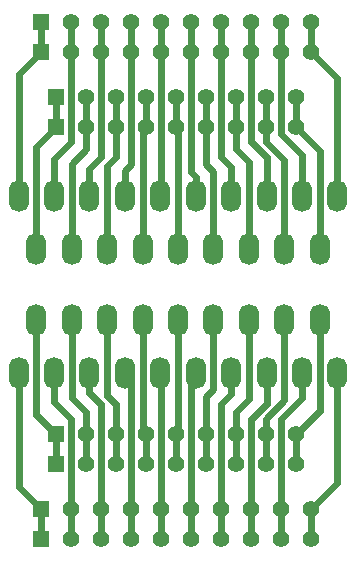
<source format=gbl>
G04 (created by PCBNEW (2013-07-07 BZR 4022)-stable) date 22/10/2014 07:02:39*
%MOIN*%
G04 Gerber Fmt 3.4, Leading zero omitted, Abs format*
%FSLAX34Y34*%
G01*
G70*
G90*
G04 APERTURE LIST*
%ADD10C,0.00590551*%
%ADD11R,0.055X0.055*%
%ADD12C,0.055*%
%ADD13O,0.0669291X0.106299*%
%ADD14C,0.024*%
G04 APERTURE END LIST*
G54D10*
G54D11*
X59750Y-54000D03*
G54D12*
X60750Y-54000D03*
X61750Y-54000D03*
X62750Y-54000D03*
X63750Y-54000D03*
X64750Y-54000D03*
X65750Y-54000D03*
X66750Y-54000D03*
X67750Y-54000D03*
X68750Y-54000D03*
G54D11*
X60250Y-66750D03*
G54D12*
X61250Y-66750D03*
X62250Y-66750D03*
X63250Y-66750D03*
X64250Y-66750D03*
X65250Y-66750D03*
X66250Y-66750D03*
X67250Y-66750D03*
X68250Y-66750D03*
G54D11*
X60250Y-56500D03*
G54D12*
X61250Y-56500D03*
X62250Y-56500D03*
X63250Y-56500D03*
X64250Y-56500D03*
X65250Y-56500D03*
X66250Y-56500D03*
X67250Y-56500D03*
X68250Y-56500D03*
G54D11*
X59750Y-69250D03*
G54D12*
X60750Y-69250D03*
X61750Y-69250D03*
X62750Y-69250D03*
X63750Y-69250D03*
X64750Y-69250D03*
X65750Y-69250D03*
X66750Y-69250D03*
X67750Y-69250D03*
X68750Y-69250D03*
G54D11*
X60250Y-55500D03*
G54D12*
X61250Y-55500D03*
X62250Y-55500D03*
X63250Y-55500D03*
X64250Y-55500D03*
X65250Y-55500D03*
X66250Y-55500D03*
X67250Y-55500D03*
X68250Y-55500D03*
G54D11*
X59750Y-53000D03*
G54D12*
X60750Y-53000D03*
X61750Y-53000D03*
X62750Y-53000D03*
X63750Y-53000D03*
X64750Y-53000D03*
X65750Y-53000D03*
X66750Y-53000D03*
X67750Y-53000D03*
X68750Y-53000D03*
G54D11*
X59750Y-70250D03*
G54D12*
X60750Y-70250D03*
X61750Y-70250D03*
X62750Y-70250D03*
X63750Y-70250D03*
X64750Y-70250D03*
X65750Y-70250D03*
X66750Y-70250D03*
X67750Y-70250D03*
X68750Y-70250D03*
G54D11*
X60250Y-67750D03*
G54D12*
X61250Y-67750D03*
X62250Y-67750D03*
X63250Y-67750D03*
X64250Y-67750D03*
X65250Y-67750D03*
X66250Y-67750D03*
X67250Y-67750D03*
X68250Y-67750D03*
G54D13*
X59000Y-58797D03*
X60181Y-58797D03*
X61362Y-58797D03*
X62543Y-58797D03*
X63724Y-58797D03*
X64905Y-58797D03*
X66086Y-58797D03*
X67267Y-58797D03*
X68448Y-58797D03*
X69629Y-58797D03*
X59000Y-64702D03*
X60181Y-64702D03*
X61362Y-64702D03*
X62543Y-64702D03*
X63724Y-64702D03*
X64905Y-64702D03*
X66086Y-64702D03*
X67267Y-64702D03*
X68448Y-64702D03*
X69629Y-64702D03*
X59590Y-60568D03*
X60774Y-60568D03*
X61955Y-60568D03*
X63137Y-60568D03*
X64318Y-60568D03*
X65499Y-60568D03*
X66680Y-60568D03*
X67861Y-60568D03*
X69042Y-60568D03*
X59590Y-62931D03*
X60774Y-62931D03*
X61955Y-62931D03*
X63137Y-62931D03*
X64318Y-62931D03*
X65499Y-62931D03*
X66680Y-62931D03*
X67861Y-62931D03*
X69042Y-62931D03*
G54D14*
X59000Y-58797D02*
X59000Y-54750D01*
X59000Y-54750D02*
X59750Y-54000D01*
X59750Y-53000D02*
X59750Y-54000D01*
X69629Y-58797D02*
X69629Y-54879D01*
X69629Y-54879D02*
X68750Y-54000D01*
X68750Y-53000D02*
X68750Y-54000D01*
X66680Y-60568D02*
X66680Y-57680D01*
X66250Y-57250D02*
X66250Y-56500D01*
X66680Y-57680D02*
X66250Y-57250D01*
X66250Y-55500D02*
X66250Y-56500D01*
X64318Y-62931D02*
X64318Y-66681D01*
X64318Y-66681D02*
X64250Y-66750D01*
X64250Y-67750D02*
X64250Y-66750D01*
X65499Y-62931D02*
X65499Y-65250D01*
X65250Y-65500D02*
X65250Y-66750D01*
X65499Y-65250D02*
X65250Y-65500D01*
X65250Y-67750D02*
X65250Y-66750D01*
X66680Y-62931D02*
X66680Y-65569D01*
X66250Y-66000D02*
X66250Y-66750D01*
X66680Y-65569D02*
X66250Y-66000D01*
X66250Y-67750D02*
X66250Y-66750D01*
X67861Y-62931D02*
X67861Y-65619D01*
X67250Y-66230D02*
X67250Y-66750D01*
X67861Y-65619D02*
X67250Y-66230D01*
X67250Y-67750D02*
X67250Y-66750D01*
X69042Y-62931D02*
X69042Y-65957D01*
X69042Y-65957D02*
X68250Y-66750D01*
X68250Y-67750D02*
X68250Y-66750D01*
X59590Y-60568D02*
X59590Y-57159D01*
X59590Y-57159D02*
X60250Y-56500D01*
X60250Y-55500D02*
X60250Y-56500D01*
X60774Y-60568D02*
X60774Y-57725D01*
X61250Y-57250D02*
X61250Y-56500D01*
X60774Y-57725D02*
X61250Y-57250D01*
X61250Y-55500D02*
X61250Y-56500D01*
X61955Y-60568D02*
X61955Y-57794D01*
X62250Y-57500D02*
X62250Y-56500D01*
X61955Y-57794D02*
X62250Y-57500D01*
X62250Y-55500D02*
X62250Y-56500D01*
X60750Y-54000D02*
X60750Y-57000D01*
X60181Y-57568D02*
X60181Y-58797D01*
X60750Y-57000D02*
X60181Y-57568D01*
X60750Y-53000D02*
X60750Y-54000D01*
X63137Y-60568D02*
X63137Y-56612D01*
X63137Y-56612D02*
X63250Y-56500D01*
X63250Y-55500D02*
X63250Y-56500D01*
X64318Y-60568D02*
X64318Y-56568D01*
X64318Y-56568D02*
X64250Y-56500D01*
X64250Y-55500D02*
X64250Y-56500D01*
X65499Y-60568D02*
X65499Y-57999D01*
X65250Y-57750D02*
X65250Y-56500D01*
X65499Y-57999D02*
X65250Y-57750D01*
X65250Y-55500D02*
X65250Y-56500D01*
X63137Y-62931D02*
X63137Y-66637D01*
X63137Y-66637D02*
X63250Y-66750D01*
X63250Y-67750D02*
X63250Y-66750D01*
X67861Y-60568D02*
X67861Y-57611D01*
X67250Y-57000D02*
X67250Y-56500D01*
X67861Y-57611D02*
X67250Y-57000D01*
X67250Y-55500D02*
X67250Y-56500D01*
X69042Y-60568D02*
X69042Y-57292D01*
X69042Y-57292D02*
X68250Y-56500D01*
X68250Y-55500D02*
X68250Y-56500D01*
X61750Y-69250D02*
X61750Y-65750D01*
X61362Y-65362D02*
X61362Y-64702D01*
X61750Y-65750D02*
X61362Y-65362D01*
X61750Y-70250D02*
X61750Y-69250D01*
X59750Y-70250D02*
X59750Y-69250D01*
X59000Y-64702D02*
X59000Y-68500D01*
X59000Y-68500D02*
X59750Y-69250D01*
X60750Y-69250D02*
X60750Y-66250D01*
X60181Y-65681D02*
X60181Y-64702D01*
X60750Y-66250D02*
X60181Y-65681D01*
X60750Y-70250D02*
X60750Y-69250D01*
X62750Y-69250D02*
X62750Y-64909D01*
X62750Y-64909D02*
X62543Y-64702D01*
X62750Y-70250D02*
X62750Y-69250D01*
X61750Y-54000D02*
X61750Y-57500D01*
X61362Y-57887D02*
X61362Y-58797D01*
X61750Y-57500D02*
X61362Y-57887D01*
X61750Y-53000D02*
X61750Y-54000D01*
X63750Y-69250D02*
X63750Y-64728D01*
X63750Y-64728D02*
X63724Y-64702D01*
X63750Y-70250D02*
X63750Y-69250D01*
X64750Y-69250D02*
X64750Y-64858D01*
X64750Y-64858D02*
X64905Y-64702D01*
X64750Y-70250D02*
X64750Y-69250D01*
X65750Y-69250D02*
X65750Y-65750D01*
X66086Y-65413D02*
X66086Y-64702D01*
X65750Y-65750D02*
X66086Y-65413D01*
X65750Y-70250D02*
X65750Y-69250D01*
X66750Y-69250D02*
X66750Y-66250D01*
X67267Y-65732D02*
X67267Y-64702D01*
X66750Y-66250D02*
X67267Y-65732D01*
X66750Y-70250D02*
X66750Y-69250D01*
X67750Y-69250D02*
X67750Y-66250D01*
X68448Y-65551D02*
X68448Y-64702D01*
X67750Y-66250D02*
X68448Y-65551D01*
X67750Y-70250D02*
X67750Y-69250D01*
X68750Y-70250D02*
X68750Y-69250D01*
X69629Y-64702D02*
X69629Y-68370D01*
X69629Y-68370D02*
X68750Y-69250D01*
X59590Y-62931D02*
X59590Y-66090D01*
X59590Y-66090D02*
X60250Y-66750D01*
X60250Y-67750D02*
X60250Y-66750D01*
X60774Y-62931D02*
X60774Y-65524D01*
X61250Y-66000D02*
X61250Y-66750D01*
X60774Y-65524D02*
X61250Y-66000D01*
X61250Y-67750D02*
X61250Y-66750D01*
X61955Y-62931D02*
X61955Y-65455D01*
X62250Y-65750D02*
X62250Y-66750D01*
X61955Y-65455D02*
X62250Y-65750D01*
X62250Y-67750D02*
X62250Y-66750D01*
X62750Y-54000D02*
X62750Y-57750D01*
X62543Y-57956D02*
X62543Y-58797D01*
X62750Y-57750D02*
X62543Y-57956D01*
X62750Y-53000D02*
X62750Y-54000D01*
X63750Y-54000D02*
X63750Y-58771D01*
X63750Y-58771D02*
X63724Y-58797D01*
X63750Y-53000D02*
X63750Y-54000D01*
X64750Y-54000D02*
X64750Y-58000D01*
X64905Y-58155D02*
X64905Y-58797D01*
X64750Y-58000D02*
X64905Y-58155D01*
X64750Y-53000D02*
X64750Y-54000D01*
X65750Y-54000D02*
X65750Y-57500D01*
X66086Y-57836D02*
X66086Y-58797D01*
X65750Y-57500D02*
X66086Y-57836D01*
X65750Y-53000D02*
X65750Y-54000D01*
X66750Y-54000D02*
X66750Y-57000D01*
X67267Y-57517D02*
X67267Y-58797D01*
X66750Y-57000D02*
X67267Y-57517D01*
X66750Y-53000D02*
X66750Y-54000D01*
X67750Y-54000D02*
X67750Y-56750D01*
X68448Y-57448D02*
X68448Y-58797D01*
X67750Y-56750D02*
X68448Y-57448D01*
X67750Y-53000D02*
X67750Y-54000D01*
M02*

</source>
